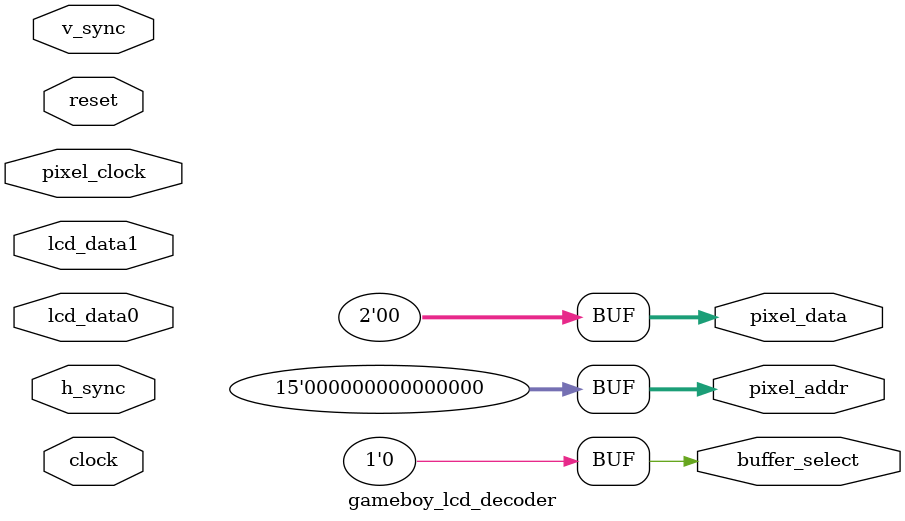
<source format=v>
`default_nettype none

module gameboy_lcd_decoder #(
  parameter DATA_WIDTH=2,
  parameter ADDR_WIDTH=15
)(
  input wire clock,
  input wire reset,

  input wire pixel_clock,
  input wire h_sync,
  input wire v_sync,
  input wire lcd_data0,
  input wire lcd_data1,

  output wire buffer_select,
  output wire [DATA_WIDTH-1:0] pixel_data,
  output wire [ADDR_WIDTH-1:0] pixel_addr,
);

  assign buffer_select = 0;
  assign pixel_data = 2'b0;
  assign pixel_addr = 15'b0;

endmodule

</source>
